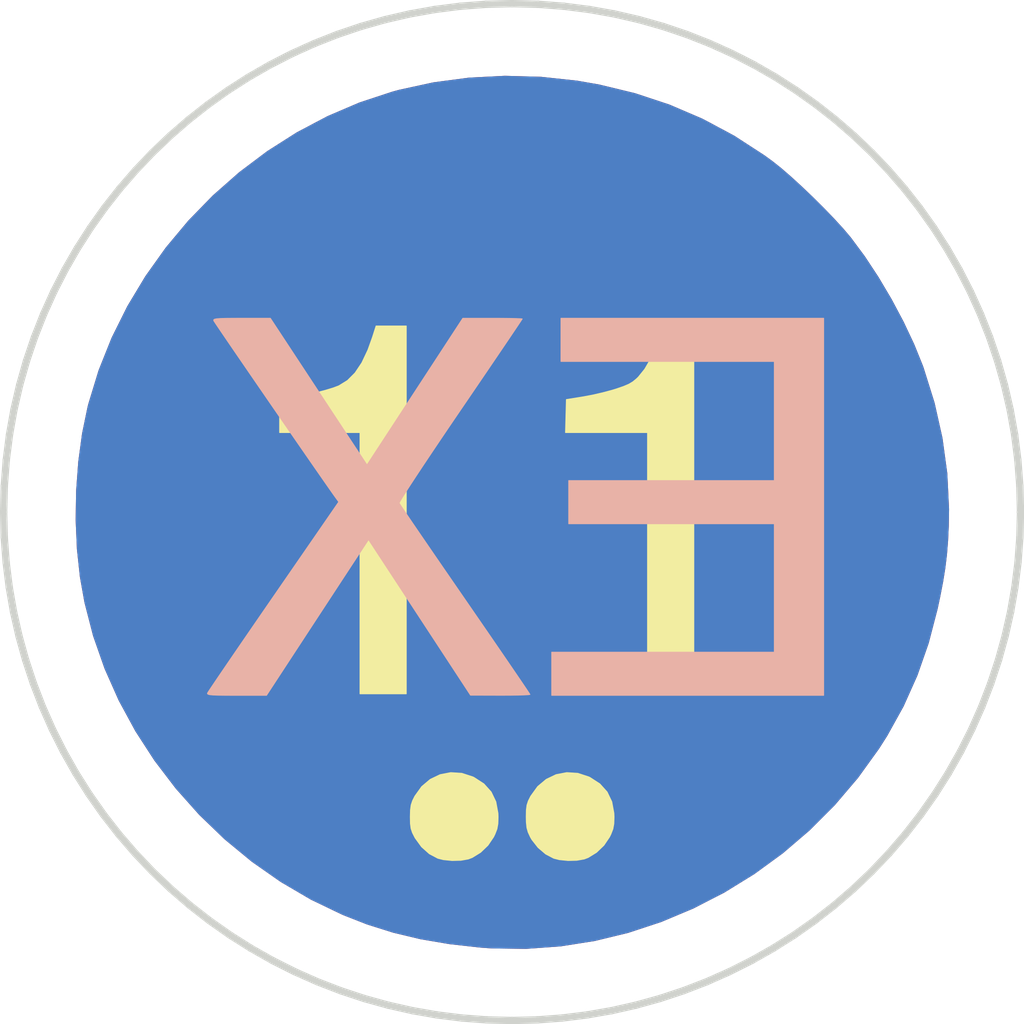
<source format=kicad_pcb>
(kicad_pcb (version 20171130) (host pcbnew 5.1.5+dfsg1-2build2)

  (general
    (thickness 1.6)
    (drawings 130)
    (tracks 0)
    (zones 0)
    (modules 4)
    (nets 1)
  )

  (page A4)
  (layers
    (0 F.Cu signal)
    (31 B.Cu signal)
    (32 B.Adhes user)
    (33 F.Adhes user)
    (34 B.Paste user)
    (35 F.Paste user)
    (36 B.SilkS user)
    (37 F.SilkS user)
    (38 B.Mask user)
    (39 F.Mask user)
    (40 Dwgs.User user)
    (41 Cmts.User user)
    (42 Eco1.User user)
    (43 Eco2.User user)
    (44 Edge.Cuts user)
    (45 Margin user)
    (46 B.CrtYd user)
    (47 F.CrtYd user)
    (48 B.Fab user)
    (49 F.Fab user)
  )

  (setup
    (last_trace_width 0.25)
    (trace_clearance 0.2)
    (zone_clearance 0.508)
    (zone_45_only no)
    (trace_min 0.2)
    (via_size 0.6)
    (via_drill 0.4)
    (via_min_size 0.4)
    (via_min_drill 0.3)
    (uvia_size 0.3)
    (uvia_drill 0.1)
    (uvias_allowed no)
    (uvia_min_size 0.2)
    (uvia_min_drill 0.1)
    (edge_width 0.15)
    (segment_width 0.2)
    (pcb_text_width 0.3)
    (pcb_text_size 1.5 1.5)
    (mod_edge_width 0.15)
    (mod_text_size 1 1)
    (mod_text_width 0.15)
    (pad_size 1.524 1.524)
    (pad_drill 0.762)
    (pad_to_mask_clearance 0.2)
    (aux_axis_origin 0 0)
    (visible_elements FFFFFF7F)
    (pcbplotparams
      (layerselection 0x010f0_ffffffff)
      (usegerberextensions false)
      (usegerberattributes false)
      (usegerberadvancedattributes false)
      (creategerberjobfile false)
      (excludeedgelayer true)
      (linewidth 0.100000)
      (plotframeref false)
      (viasonmask false)
      (mode 1)
      (useauxorigin false)
      (hpglpennumber 1)
      (hpglpenspeed 20)
      (hpglpendiameter 15.000000)
      (psnegative false)
      (psa4output false)
      (plotreference true)
      (plotvalue true)
      (plotinvisibletext false)
      (padsonsilk false)
      (subtractmaskfromsilk false)
      (outputformat 1)
      (mirror false)
      (drillshape 0)
      (scaleselection 1)
      (outputdirectory "gerbers/"))
  )

  (net 0 "")

  (net_class Default "This is the default net class."
    (clearance 0.2)
    (trace_width 0.25)
    (via_dia 0.6)
    (via_drill 0.4)
    (uvia_dia 0.3)
    (uvia_drill 0.1)
  )

  (module LOGO (layer F.Cu) (tedit 0) (tstamp 0)
    (at 0 0)
    (fp_text reference G*** (at 0 0) (layer F.SilkS) hide
      (effects (font (size 1.524 1.524) (thickness 0.3)))
    )
    (fp_text value LOGO (at 0.75 0) (layer F.SilkS) hide
      (effects (font (size 1.524 1.524) (thickness 0.3)))
    )
    (fp_poly (pts (xy -0.653666 -7.004494) (xy -0.162131 -6.951857) (xy 0.140773 -6.899218) (xy 0.632356 -6.7803)
      (xy 1.103543 -6.624376) (xy 1.555081 -6.431115) (xy 1.987714 -6.200188) (xy 2.402189 -5.931265)
      (xy 2.517121 -5.847596) (xy 2.632039 -5.756094) (xy 2.766843 -5.639358) (xy 2.91418 -5.504559)
      (xy 3.066697 -5.35887) (xy 3.217042 -5.209461) (xy 3.357863 -5.063506) (xy 3.481806 -4.928175)
      (xy 3.581519 -4.810642) (xy 3.586157 -4.804833) (xy 3.775778 -4.549418) (xy 3.963274 -4.26484)
      (xy 4.142561 -3.96199) (xy 4.307555 -3.65176) (xy 4.45217 -3.345041) (xy 4.570323 -3.052724)
      (xy 4.580125 -3.025609) (xy 4.730615 -2.544491) (xy 4.838822 -2.061537) (xy 4.904741 -1.576771)
      (xy 4.928369 -1.090217) (xy 4.924731 -0.85725) (xy 4.914848 -0.654055) (xy 4.89975 -0.467549)
      (xy 4.8778 -0.285602) (xy 4.847362 -0.096088) (xy 4.806797 0.113122) (xy 4.771477 0.277882)
      (xy 4.649815 0.744356) (xy 4.495622 1.186067) (xy 4.307054 1.607414) (xy 4.082268 2.012792)
      (xy 3.971125 2.187669) (xy 3.683055 2.587251) (xy 3.365904 2.959808) (xy 3.022156 3.3041)
      (xy 2.654298 3.618885) (xy 2.264815 3.902924) (xy 1.856194 4.154977) (xy 1.43092 4.373801)
      (xy 0.991479 4.558158) (xy 0.540358 4.706807) (xy 0.080041 4.818506) (xy -0.386985 4.892017)
      (xy -0.858235 4.926097) (xy -1.331223 4.919508) (xy -1.481666 4.908682) (xy -1.907703 4.861149)
      (xy -2.303099 4.79385) (xy -2.675558 4.704961) (xy -3.032785 4.592656) (xy -3.364929 4.462672)
      (xy -3.800305 4.253803) (xy -4.216549 4.009815) (xy -4.611722 3.733205) (xy -4.983884 3.426467)
      (xy -5.331093 3.092095) (xy -5.65141 2.732584) (xy -5.942893 2.350428) (xy -6.203602 1.948123)
      (xy -6.431597 1.528164) (xy -6.624937 1.093044) (xy -6.781682 0.645258) (xy -6.899891 0.187301)
      (xy -6.962158 -0.161807) (xy -7.003273 -0.542992) (xy -7.020364 -0.940226) (xy -7.013929 -1.343269)
      (xy -6.984464 -1.741884) (xy -6.932467 -2.12583) (xy -6.858435 -2.48487) (xy -6.847158 -2.529416)
      (xy -6.706761 -2.989062) (xy -6.52836 -3.435037) (xy -6.314157 -3.865115) (xy -6.066356 -4.277068)
      (xy -5.787161 -4.668668) (xy -5.478776 -5.037688) (xy -5.143404 -5.3819) (xy -4.78325 -5.699076)
      (xy -4.400517 -5.986988) (xy -3.997409 -6.24341) (xy -3.576129 -6.466113) (xy -3.138882 -6.652869)
      (xy -2.687871 -6.801451) (xy -2.596289 -6.82637) (xy -2.124388 -6.92893) (xy -1.639908 -6.992895)
      (xy -1.147963 -7.018128) (xy -0.653666 -7.004494)) (layer B.Cu) (width 0.01))
  )

  (module LOGO (layer F.Cu) (tedit 0) (tstamp 0)
    (at 0 0)
    (fp_text reference G*** (at 0 0) (layer F.SilkS) hide
      (effects (font (size 1.524 1.524) (thickness 0.3)))
    )
    (fp_text value LOGO (at 0.75 0) (layer F.SilkS) hide
      (effects (font (size 1.524 1.524) (thickness 0.3)))
    )
    (fp_poly (pts (xy -3.881803 -2.979208) (xy -3.769704 -2.808904) (xy -3.657291 -2.638166) (xy -3.548422 -2.472849)
      (xy -3.446952 -2.318808) (xy -3.356738 -2.181898) (xy -3.281638 -2.067975) (xy -3.225508 -1.982891)
      (xy -3.22047 -1.975261) (xy -3.036258 -1.696272) (xy -2.380671 -2.699967) (xy -1.725083 -3.703662)
      (xy -1.317625 -3.703914) (xy -1.191524 -3.703534) (xy -1.081289 -3.702326) (xy -0.993379 -3.700434)
      (xy -0.934253 -3.698) (xy -0.910368 -3.695168) (xy -0.910166 -3.694875) (xy -0.921789 -3.676298)
      (xy -0.955391 -3.625566) (xy -1.009077 -3.545482) (xy -1.080949 -3.438849) (xy -1.16911 -3.308469)
      (xy -1.271664 -3.157144) (xy -1.386713 -2.987679) (xy -1.512361 -2.802874) (xy -1.64671 -2.605532)
      (xy -1.757771 -2.442584) (xy -1.8976 -2.236953) (xy -2.029951 -2.041207) (xy -2.152944 -1.858193)
      (xy -2.264703 -1.690758) (xy -2.363351 -1.541749) (xy -2.447009 -1.414012) (xy -2.513799 -1.310396)
      (xy -2.561846 -1.233746) (xy -2.58927 -1.186909) (xy -2.595131 -1.172887) (xy -2.581718 -1.151526)
      (xy -2.546135 -1.098124) (xy -2.490285 -1.015466) (xy -2.41607 -0.906333) (xy -2.325393 -0.773508)
      (xy -2.220156 -0.619775) (xy -2.102261 -0.447915) (xy -1.973612 -0.260713) (xy -1.83611 -0.06095)
      (xy -1.69461 0.144313) (xy -1.550586 0.353251) (xy -1.413787 0.552038) (xy -1.286086 0.737931)
      (xy -1.169357 0.908185) (xy -1.065473 1.060057) (xy -0.97631 1.190805) (xy -0.90374 1.297683)
      (xy -0.849638 1.37795) (xy -0.815878 1.428861) (xy -0.804333 1.447658) (xy -0.824422 1.451581)
      (xy -0.880385 1.454914) (xy -0.965762 1.457468) (xy -1.074095 1.459056) (xy -1.198925 1.459492)
      (xy -1.211791 1.459466) (xy -1.61925 1.458432) (xy -2.317326 0.393258) (xy -3.015403 -0.671916)
      (xy -3.280695 -0.267166) (xy -3.357757 -0.149561) (xy -3.452895 -0.004318) (xy -3.561008 0.160773)
      (xy -3.676997 0.337925) (xy -3.795763 0.519349) (xy -3.912204 0.697255) (xy -3.978813 0.799042)
      (xy -4.41164 1.4605) (xy -4.822168 1.4605) (xy -4.964681 1.460147) (xy -5.069988 1.458812)
      (xy -5.143212 1.456084) (xy -5.189477 1.451551) (xy -5.213907 1.444802) (xy -5.221624 1.435425)
      (xy -5.220417 1.428503) (xy -5.206664 1.406274) (xy -5.170735 1.352024) (xy -5.114537 1.268548)
      (xy -5.039978 1.158639) (xy -4.948966 1.025093) (xy -4.843407 0.870703) (xy -4.72521 0.698263)
      (xy -4.596281 0.510568) (xy -4.45853 0.310412) (xy -4.315997 0.103682) (xy -3.423854 -1.189142)
      (xy -3.465009 -1.245446) (xy -3.498038 -1.291618) (xy -3.550638 -1.366402) (xy -3.620429 -1.466342)
      (xy -3.705031 -1.587982) (xy -3.802064 -1.727866) (xy -3.909147 -1.882539) (xy -4.023902 -2.048545)
      (xy -4.143948 -2.222428) (xy -4.266906 -2.400733) (xy -4.390394 -2.580004) (xy -4.512034 -2.756785)
      (xy -4.629446 -2.927621) (xy -4.740249 -3.089057) (xy -4.842063 -3.237635) (xy -4.932509 -3.369902)
      (xy -5.009207 -3.482401) (xy -5.069777 -3.571676) (xy -5.111838 -3.634272) (xy -5.133011 -3.666733)
      (xy -5.135048 -3.670338) (xy -5.135874 -3.682246) (xy -5.124353 -3.691011) (xy -5.095182 -3.697103)
      (xy -5.043058 -3.700992) (xy -4.962678 -3.703148) (xy -4.848741 -3.704041) (xy -4.753476 -3.704166)
      (xy -4.358923 -3.704166) (xy -3.881803 -2.979208)) (layer B.SilkS) (width 0.01))
    (fp_poly (pts (xy 3.217334 1.4605) (xy -0.508 1.4605) (xy -0.508 0.867834) (xy 2.54 0.867834)
      (xy 2.54 -0.889) (xy -0.275166 -0.889) (xy -0.275166 -1.481666) (xy 2.54 -1.481666)
      (xy 2.54 -3.1115) (xy -0.381 -3.1115) (xy -0.381 -3.704166) (xy 3.217334 -3.704166)
      (xy 3.217334 1.4605)) (layer B.SilkS) (width 0.01))
  )

  (module LOGO (layer F.Cu) (tedit 0) (tstamp 0)
    (at 0 0)
    (fp_text reference G*** (at 0 0) (layer F.SilkS) hide
      (effects (font (size 1.524 1.524) (thickness 0.3)))
    )
    (fp_text value LOGO (at 0.75 0) (layer F.SilkS) hide
      (effects (font (size 1.524 1.524) (thickness 0.3)))
    )
    (fp_poly (pts (xy -0.653666 -7.004494) (xy -0.162131 -6.951857) (xy 0.140773 -6.899218) (xy 0.632356 -6.7803)
      (xy 1.103543 -6.624376) (xy 1.555081 -6.431115) (xy 1.987714 -6.200188) (xy 2.402189 -5.931265)
      (xy 2.517121 -5.847596) (xy 2.632039 -5.756094) (xy 2.766843 -5.639358) (xy 2.91418 -5.504559)
      (xy 3.066697 -5.35887) (xy 3.217042 -5.209461) (xy 3.357863 -5.063506) (xy 3.481806 -4.928175)
      (xy 3.581519 -4.810642) (xy 3.586157 -4.804833) (xy 3.775778 -4.549418) (xy 3.963274 -4.26484)
      (xy 4.142561 -3.96199) (xy 4.307555 -3.65176) (xy 4.45217 -3.345041) (xy 4.570323 -3.052724)
      (xy 4.580125 -3.025609) (xy 4.730615 -2.544491) (xy 4.838822 -2.061537) (xy 4.904741 -1.576771)
      (xy 4.928369 -1.090217) (xy 4.924731 -0.85725) (xy 4.914848 -0.654055) (xy 4.89975 -0.467549)
      (xy 4.8778 -0.285602) (xy 4.847362 -0.096088) (xy 4.806797 0.113122) (xy 4.771477 0.277882)
      (xy 4.649815 0.744356) (xy 4.495622 1.186067) (xy 4.307054 1.607414) (xy 4.082268 2.012792)
      (xy 3.971125 2.187669) (xy 3.683055 2.587251) (xy 3.365904 2.959808) (xy 3.022156 3.3041)
      (xy 2.654298 3.618885) (xy 2.264815 3.902924) (xy 1.856194 4.154977) (xy 1.43092 4.373801)
      (xy 0.991479 4.558158) (xy 0.540358 4.706807) (xy 0.080041 4.818506) (xy -0.386985 4.892017)
      (xy -0.858235 4.926097) (xy -1.331223 4.919508) (xy -1.481666 4.908682) (xy -1.907703 4.861149)
      (xy -2.303099 4.79385) (xy -2.675558 4.704961) (xy -3.032785 4.592656) (xy -3.364929 4.462672)
      (xy -3.800305 4.253803) (xy -4.216549 4.009815) (xy -4.611722 3.733205) (xy -4.983884 3.426467)
      (xy -5.331093 3.092095) (xy -5.65141 2.732584) (xy -5.942893 2.350428) (xy -6.203602 1.948123)
      (xy -6.431597 1.528164) (xy -6.624937 1.093044) (xy -6.781682 0.645258) (xy -6.899891 0.187301)
      (xy -6.962158 -0.161807) (xy -7.003273 -0.542992) (xy -7.020364 -0.940226) (xy -7.013929 -1.343269)
      (xy -6.984464 -1.741884) (xy -6.932467 -2.12583) (xy -6.858435 -2.48487) (xy -6.847158 -2.529416)
      (xy -6.706761 -2.989062) (xy -6.52836 -3.435037) (xy -6.314157 -3.865115) (xy -6.066356 -4.277068)
      (xy -5.787161 -4.668668) (xy -5.478776 -5.037688) (xy -5.143404 -5.3819) (xy -4.78325 -5.699076)
      (xy -4.400517 -5.986988) (xy -3.997409 -6.24341) (xy -3.576129 -6.466113) (xy -3.138882 -6.652869)
      (xy -2.687871 -6.801451) (xy -2.596289 -6.82637) (xy -2.124388 -6.92893) (xy -1.639908 -6.992895)
      (xy -1.147963 -7.018128) (xy -0.653666 -7.004494)) (layer F.Cu) (width 0.01))
  )

  (module LOGO (layer F.Cu) (tedit 0) (tstamp 0)
    (at 0 0)
    (fp_text reference G*** (at 0 0) (layer F.SilkS) hide
      (effects (font (size 1.524 1.524) (thickness 0.3)))
    )
    (fp_text value LOGO (at 0.75 0) (layer F.SilkS) hide
      (effects (font (size 1.524 1.524) (thickness 0.3)))
    )
    (fp_poly (pts (xy -1.738027 2.526482) (xy -1.586536 2.57584) (xy -1.570492 2.583597) (xy -1.4353 2.671373)
      (xy -1.335695 2.781977) (xy -1.271452 2.915773) (xy -1.242351 3.073124) (xy -1.240441 3.12473)
      (xy -1.243183 3.21748) (xy -1.256069 3.289234) (xy -1.283858 3.360984) (xy -1.302714 3.399292)
      (xy -1.379586 3.513036) (xy -1.480995 3.610196) (xy -1.595095 3.680473) (xy -1.650188 3.701423)
      (xy -1.751994 3.719338) (xy -1.872131 3.722108) (xy -1.989619 3.710255) (xy -2.066177 3.691104)
      (xy -2.182699 3.629451) (xy -2.289453 3.534122) (xy -2.37689 3.413772) (xy -2.381924 3.404845)
      (xy -2.414797 3.340034) (xy -2.433712 3.282893) (xy -2.442286 3.216976) (xy -2.444137 3.125838)
      (xy -2.444124 3.122084) (xy -2.441587 3.028628) (xy -2.43233 2.960721) (xy -2.412648 2.901685)
      (xy -2.381299 2.839322) (xy -2.287349 2.708281) (xy -2.170203 2.609633) (xy -2.035705 2.545222)
      (xy -1.889698 2.516891) (xy -1.738027 2.526482)) (layer F.SilkS) (width 0.01))
    (fp_poly (pts (xy -0.149454 2.526648) (xy 0.00208 2.576362) (xy 0.017008 2.583597) (xy 0.1522 2.671373)
      (xy 0.251805 2.781977) (xy 0.316048 2.915773) (xy 0.345149 3.073124) (xy 0.347059 3.12473)
      (xy 0.344317 3.21748) (xy 0.331431 3.289234) (xy 0.303642 3.360984) (xy 0.284786 3.399292)
      (xy 0.207914 3.513036) (xy 0.106505 3.610196) (xy -0.007595 3.680473) (xy -0.062688 3.701423)
      (xy -0.164494 3.719338) (xy -0.284631 3.722108) (xy -0.402119 3.710255) (xy -0.478677 3.691104)
      (xy -0.589995 3.632756) (xy -0.694375 3.543711) (xy -0.779384 3.435245) (xy -0.799479 3.400168)
      (xy -0.83019 3.334034) (xy -0.847679 3.27141) (xy -0.855396 3.195575) (xy -0.856841 3.122084)
      (xy -0.855019 3.029665) (xy -0.846593 2.963003) (xy -0.827927 2.905626) (xy -0.795386 2.84106)
      (xy -0.794424 2.839322) (xy -0.699649 2.708004) (xy -0.582007 2.609263) (xy -0.447255 2.544913)
      (xy -0.301151 2.51677) (xy -0.149454 2.526648)) (layer F.SilkS) (width 0.01))
    (fp_poly (pts (xy -2.497666 1.439334) (xy -3.132666 1.439334) (xy -3.132666 -2.137833) (xy -4.233333 -2.137833)
      (xy -4.233333 -2.598032) (xy -4.111101 -2.611861) (xy -4.000846 -2.628059) (xy -3.873344 -2.652642)
      (xy -3.740302 -2.682765) (xy -3.613424 -2.715585) (xy -3.504417 -2.748255) (xy -3.424985 -2.777932)
      (xy -3.421797 -2.77938) (xy -3.304236 -2.85178) (xy -3.200015 -2.955905) (xy -3.107304 -3.094403)
      (xy -3.024272 -3.26992) (xy -2.961629 -3.444875) (xy -2.912667 -3.598333) (xy -2.497666 -3.598333)
      (xy -2.497666 1.439334)) (layer F.SilkS) (width 0.01))
    (fp_poly (pts (xy 1.439334 1.439334) (xy 0.804334 1.439334) (xy 0.804334 -2.137833) (xy -0.318932 -2.137833)
      (xy -0.306916 -2.591245) (xy -0.074083 -2.628471) (xy 0.051403 -2.652133) (xy 0.190387 -2.683981)
      (xy 0.320248 -2.718647) (xy 0.370181 -2.733897) (xy 0.473338 -2.769051) (xy 0.54728 -2.800232)
      (xy 0.603849 -2.833797) (xy 0.654883 -2.8761) (xy 0.679401 -2.899885) (xy 0.766386 -3.007763)
      (xy 0.849222 -3.151132) (xy 0.924292 -3.32315) (xy 0.964838 -3.439583) (xy 1.011932 -3.58775)
      (xy 1.439334 -3.599814) (xy 1.439334 1.439334)) (layer F.SilkS) (width 0.01))
  )

  (gr_line (start 5.9113 -1.0498) (end 5.9028 -0.7046) (layer Edge.Cuts) (width 0.1))
  (gr_line (start 5.9028 -0.7046) (end 5.8774 -0.3618) (layer Edge.Cuts) (width 0.1))
  (gr_line (start 5.8774 -0.3618) (end 5.8351 -0.0219) (layer Edge.Cuts) (width 0.1))
  (gr_line (start 5.8351 -0.0219) (end 5.7764 0.3147) (layer Edge.Cuts) (width 0.1))
  (gr_line (start 5.7764 0.3147) (end 5.7014 0.647) (layer Edge.Cuts) (width 0.1))
  (gr_line (start 5.7014 0.647) (end 5.6105 0.9748) (layer Edge.Cuts) (width 0.1))
  (gr_line (start 5.6105 0.9748) (end 5.5037 1.2974) (layer Edge.Cuts) (width 0.1))
  (gr_line (start 5.5037 1.2974) (end 5.3814 1.6142) (layer Edge.Cuts) (width 0.1))
  (gr_line (start 5.3814 1.6142) (end 5.2439 1.9247) (layer Edge.Cuts) (width 0.1))
  (gr_line (start 5.2439 1.9247) (end 5.0913 2.2282) (layer Edge.Cuts) (width 0.1))
  (gr_line (start 5.0913 2.2282) (end 4.9239 2.5243) (layer Edge.Cuts) (width 0.1))
  (gr_line (start 4.9239 2.5243) (end 4.7418 2.8123) (layer Edge.Cuts) (width 0.1))
  (gr_line (start 4.7418 2.8123) (end 4.5454 3.0918) (layer Edge.Cuts) (width 0.1))
  (gr_line (start 4.5454 3.0918) (end 4.3349 3.362) (layer Edge.Cuts) (width 0.1))
  (gr_line (start 4.3349 3.362) (end 4.1105 3.6225) (layer Edge.Cuts) (width 0.1))
  (gr_line (start 4.1105 3.6225) (end 3.8725 3.8726) (layer Edge.Cuts) (width 0.1))
  (gr_line (start 3.8725 3.8726) (end 3.6223 4.1107) (layer Edge.Cuts) (width 0.1))
  (gr_line (start 3.6223 4.1107) (end 3.3619 4.335) (layer Edge.Cuts) (width 0.1))
  (gr_line (start 3.3619 4.335) (end 3.0916 4.5455) (layer Edge.Cuts) (width 0.1))
  (gr_line (start 3.0916 4.5455) (end 2.8122 4.742) (layer Edge.Cuts) (width 0.1))
  (gr_line (start 2.8122 4.742) (end 2.5241 4.924) (layer Edge.Cuts) (width 0.1))
  (gr_line (start 2.5241 4.924) (end 2.228 5.0915) (layer Edge.Cuts) (width 0.1))
  (gr_line (start 2.228 5.0915) (end 1.9245 5.2441) (layer Edge.Cuts) (width 0.1))
  (gr_line (start 1.9245 5.2441) (end 1.614 5.3816) (layer Edge.Cuts) (width 0.1))
  (gr_line (start 1.614 5.3816) (end 1.2973 5.5039) (layer Edge.Cuts) (width 0.1))
  (gr_line (start 1.2973 5.5039) (end 0.9746 5.6107) (layer Edge.Cuts) (width 0.1))
  (gr_line (start 0.9746 5.6107) (end 0.6469 5.7016) (layer Edge.Cuts) (width 0.1))
  (gr_line (start 0.6469 5.7016) (end 0.3145 5.7766) (layer Edge.Cuts) (width 0.1))
  (gr_line (start 0.3145 5.7766) (end -0.022 5.8353) (layer Edge.Cuts) (width 0.1))
  (gr_line (start -0.022 5.8353) (end -0.362 5.8775) (layer Edge.Cuts) (width 0.1))
  (gr_line (start -0.362 5.8775) (end -0.7047 5.903) (layer Edge.Cuts) (width 0.1))
  (gr_line (start -0.7047 5.903) (end -1.05 5.9115) (layer Edge.Cuts) (width 0.1))
  (gr_line (start -1.05 5.9115) (end -1.3952 5.903) (layer Edge.Cuts) (width 0.1))
  (gr_line (start -1.3952 5.903) (end -1.738 5.8775) (layer Edge.Cuts) (width 0.1))
  (gr_line (start -1.738 5.8775) (end -2.078 5.8353) (layer Edge.Cuts) (width 0.1))
  (gr_line (start -2.078 5.8353) (end -2.4144 5.7766) (layer Edge.Cuts) (width 0.1))
  (gr_line (start -2.4144 5.7766) (end -2.7468 5.7016) (layer Edge.Cuts) (width 0.1))
  (gr_line (start -2.7468 5.7016) (end -3.0746 5.6107) (layer Edge.Cuts) (width 0.1))
  (gr_line (start -3.0746 5.6107) (end -3.3972 5.5039) (layer Edge.Cuts) (width 0.1))
  (gr_line (start -3.3972 5.5039) (end -3.714 5.3816) (layer Edge.Cuts) (width 0.1))
  (gr_line (start -3.714 5.3816) (end -4.0244 5.2441) (layer Edge.Cuts) (width 0.1))
  (gr_line (start -4.0244 5.2441) (end -4.328 5.0915) (layer Edge.Cuts) (width 0.1))
  (gr_line (start -4.328 5.0915) (end -4.6241 4.924) (layer Edge.Cuts) (width 0.1))
  (gr_line (start -4.6241 4.924) (end -4.9122 4.742) (layer Edge.Cuts) (width 0.1))
  (gr_line (start -4.9122 4.742) (end -5.1915 4.5455) (layer Edge.Cuts) (width 0.1))
  (gr_line (start -5.1915 4.5455) (end -5.4618 4.335) (layer Edge.Cuts) (width 0.1))
  (gr_line (start -5.4618 4.335) (end -5.7222 4.1107) (layer Edge.Cuts) (width 0.1))
  (gr_line (start -5.7222 4.1107) (end -5.9724 3.8726) (layer Edge.Cuts) (width 0.1))
  (gr_line (start -5.9724 3.8726) (end -6.2104 3.6225) (layer Edge.Cuts) (width 0.1))
  (gr_line (start -6.2104 3.6225) (end -6.4349 3.362) (layer Edge.Cuts) (width 0.1))
  (gr_line (start -6.4349 3.362) (end -6.6453 3.0918) (layer Edge.Cuts) (width 0.1))
  (gr_line (start -6.6453 3.0918) (end -6.8417 2.8123) (layer Edge.Cuts) (width 0.1))
  (gr_line (start -6.8417 2.8123) (end -7.0238 2.5243) (layer Edge.Cuts) (width 0.1))
  (gr_line (start -7.0238 2.5243) (end -7.1912 2.2282) (layer Edge.Cuts) (width 0.1))
  (gr_line (start -7.1912 2.2282) (end -7.3438 1.9247) (layer Edge.Cuts) (width 0.1))
  (gr_line (start -7.3438 1.9247) (end -7.4814 1.6142) (layer Edge.Cuts) (width 0.1))
  (gr_line (start -7.4814 1.6142) (end -7.6036 1.2974) (layer Edge.Cuts) (width 0.1))
  (gr_line (start -7.6036 1.2974) (end -7.7104 0.9748) (layer Edge.Cuts) (width 0.1))
  (gr_line (start -7.7104 0.9748) (end -7.8014 0.647) (layer Edge.Cuts) (width 0.1))
  (gr_line (start -7.8014 0.647) (end -7.8763 0.3147) (layer Edge.Cuts) (width 0.1))
  (gr_line (start -7.8763 0.3147) (end -7.935 -0.0219) (layer Edge.Cuts) (width 0.1))
  (gr_line (start -7.935 -0.0219) (end -7.9773 -0.3618) (layer Edge.Cuts) (width 0.1))
  (gr_line (start -7.9773 -0.3618) (end -8.0028 -0.7046) (layer Edge.Cuts) (width 0.1))
  (gr_line (start -8.0028 -0.7046) (end -8.0113 -1.0498) (layer Edge.Cuts) (width 0.1))
  (gr_line (start -8.0113 -1.0498) (end -8.0023 -1.408) (layer Edge.Cuts) (width 0.1))
  (gr_line (start -8.0023 -1.408) (end -7.9754 -1.7615) (layer Edge.Cuts) (width 0.1))
  (gr_line (start -7.9754 -1.7615) (end -7.9312 -2.11) (layer Edge.Cuts) (width 0.1))
  (gr_line (start -7.9312 -2.11) (end -7.8699 -2.4527) (layer Edge.Cuts) (width 0.1))
  (gr_line (start -7.8699 -2.4527) (end -7.7922 -2.7895) (layer Edge.Cuts) (width 0.1))
  (gr_line (start -7.7922 -2.7895) (end -7.6984 -3.1199) (layer Edge.Cuts) (width 0.1))
  (gr_line (start -7.6984 -3.1199) (end -7.589 -3.4434) (layer Edge.Cuts) (width 0.1))
  (gr_line (start -7.589 -3.4434) (end -7.4643 -3.7594) (layer Edge.Cuts) (width 0.1))
  (gr_line (start -7.4643 -3.7594) (end -7.3249 -4.0679) (layer Edge.Cuts) (width 0.1))
  (gr_line (start -7.3249 -4.0679) (end -7.1711 -4.368) (layer Edge.Cuts) (width 0.1))
  (gr_line (start -7.1711 -4.368) (end -7.0035 -4.6595) (layer Edge.Cuts) (width 0.1))
  (gr_line (start -7.0035 -4.6595) (end -6.8224 -4.942) (layer Edge.Cuts) (width 0.1))
  (gr_line (start -6.8224 -4.942) (end -6.6284 -5.2149) (layer Edge.Cuts) (width 0.1))
  (gr_line (start -6.6284 -5.2149) (end -6.4217 -5.4779) (layer Edge.Cuts) (width 0.1))
  (gr_line (start -6.4217 -5.4779) (end -6.2029 -5.7305) (layer Edge.Cuts) (width 0.1))
  (gr_line (start -6.2029 -5.7305) (end -5.9724 -5.9722) (layer Edge.Cuts) (width 0.1))
  (gr_line (start -5.9724 -5.9722) (end -5.7306 -6.2027) (layer Edge.Cuts) (width 0.1))
  (gr_line (start -5.7306 -6.2027) (end -5.4781 -6.4215) (layer Edge.Cuts) (width 0.1))
  (gr_line (start -5.4781 -6.4215) (end -5.215 -6.6281) (layer Edge.Cuts) (width 0.1))
  (gr_line (start -5.215 -6.6281) (end -4.9422 -6.8222) (layer Edge.Cuts) (width 0.1))
  (gr_line (start -4.9422 -6.8222) (end -4.6597 -7.0034) (layer Edge.Cuts) (width 0.1))
  (gr_line (start -4.6597 -7.0034) (end -4.3682 -7.1709) (layer Edge.Cuts) (width 0.1))
  (gr_line (start -4.3682 -7.1709) (end -4.068 -7.3247) (layer Edge.Cuts) (width 0.1))
  (gr_line (start -4.068 -7.3247) (end -3.7597 -7.4641) (layer Edge.Cuts) (width 0.1))
  (gr_line (start -3.7597 -7.4641) (end -3.4436 -7.5888) (layer Edge.Cuts) (width 0.1))
  (gr_line (start -3.4436 -7.5888) (end -3.1201 -7.6981) (layer Edge.Cuts) (width 0.1))
  (gr_line (start -3.1201 -7.6981) (end -2.7897 -7.792) (layer Edge.Cuts) (width 0.1))
  (gr_line (start -2.7897 -7.792) (end -2.453 -7.8697) (layer Edge.Cuts) (width 0.1))
  (gr_line (start -2.453 -7.8697) (end -2.1102 -7.9309) (layer Edge.Cuts) (width 0.1))
  (gr_line (start -2.1102 -7.9309) (end -1.7617 -7.9752) (layer Edge.Cuts) (width 0.1))
  (gr_line (start -1.7617 -7.9752) (end -1.4083 -8.0021) (layer Edge.Cuts) (width 0.1))
  (gr_line (start -1.4083 -8.0021) (end -1.05 -8.0111) (layer Edge.Cuts) (width 0.1))
  (gr_line (start -1.05 -8.0111) (end -0.6917 -8.0021) (layer Edge.Cuts) (width 0.1))
  (gr_line (start -0.6917 -8.0021) (end -0.3383 -7.9752) (layer Edge.Cuts) (width 0.1))
  (gr_line (start -0.3383 -7.9752) (end 0.0102 -7.9309) (layer Edge.Cuts) (width 0.1))
  (gr_line (start 0.0102 -7.9309) (end 0.353 -7.8697) (layer Edge.Cuts) (width 0.1))
  (gr_line (start 0.353 -7.8697) (end 0.6898 -7.792) (layer Edge.Cuts) (width 0.1))
  (gr_line (start 0.6898 -7.792) (end 1.0201 -7.6981) (layer Edge.Cuts) (width 0.1))
  (gr_line (start 1.0201 -7.6981) (end 1.3436 -7.5888) (layer Edge.Cuts) (width 0.1))
  (gr_line (start 1.3436 -7.5888) (end 1.6597 -7.4641) (layer Edge.Cuts) (width 0.1))
  (gr_line (start 1.6597 -7.4641) (end 1.968 -7.3247) (layer Edge.Cuts) (width 0.1))
  (gr_line (start 1.968 -7.3247) (end 2.2682 -7.1709) (layer Edge.Cuts) (width 0.1))
  (gr_line (start 2.2682 -7.1709) (end 2.5598 -7.0034) (layer Edge.Cuts) (width 0.1))
  (gr_line (start 2.5598 -7.0034) (end 2.8422 -6.8222) (layer Edge.Cuts) (width 0.1))
  (gr_line (start 2.8422 -6.8222) (end 3.1151 -6.6281) (layer Edge.Cuts) (width 0.1))
  (gr_line (start 3.1151 -6.6281) (end 3.3781 -6.4215) (layer Edge.Cuts) (width 0.1))
  (gr_line (start 3.3781 -6.4215) (end 3.6306 -6.2027) (layer Edge.Cuts) (width 0.1))
  (gr_line (start 3.6306 -6.2027) (end 3.8725 -5.9722) (layer Edge.Cuts) (width 0.1))
  (gr_line (start 3.8725 -5.9722) (end 4.1029 -5.7305) (layer Edge.Cuts) (width 0.1))
  (gr_line (start 4.1029 -5.7305) (end 4.3218 -5.4779) (layer Edge.Cuts) (width 0.1))
  (gr_line (start 4.3218 -5.4779) (end 4.5284 -5.2149) (layer Edge.Cuts) (width 0.1))
  (gr_line (start 4.5284 -5.2149) (end 4.7225 -4.942) (layer Edge.Cuts) (width 0.1))
  (gr_line (start 4.7225 -4.942) (end 4.9035 -4.6595) (layer Edge.Cuts) (width 0.1))
  (gr_line (start 4.9035 -4.6595) (end 5.0712 -4.368) (layer Edge.Cuts) (width 0.1))
  (gr_line (start 5.0712 -4.368) (end 5.2249 -4.0679) (layer Edge.Cuts) (width 0.1))
  (gr_line (start 5.2249 -4.0679) (end 5.3643 -3.7594) (layer Edge.Cuts) (width 0.1))
  (gr_line (start 5.3643 -3.7594) (end 5.489 -3.4434) (layer Edge.Cuts) (width 0.1))
  (gr_line (start 5.489 -3.4434) (end 5.5984 -3.1199) (layer Edge.Cuts) (width 0.1))
  (gr_line (start 5.5984 -3.1199) (end 5.6922 -2.7895) (layer Edge.Cuts) (width 0.1))
  (gr_line (start 5.6922 -2.7895) (end 5.7699 -2.4527) (layer Edge.Cuts) (width 0.1))
  (gr_line (start 5.7699 -2.4527) (end 5.8312 -2.11) (layer Edge.Cuts) (width 0.1))
  (gr_line (start 5.8312 -2.11) (end 5.8754 -1.7615) (layer Edge.Cuts) (width 0.1))
  (gr_line (start 5.8754 -1.7615) (end 5.9023 -1.408) (layer Edge.Cuts) (width 0.1))
  (gr_line (start 5.9023 -1.408) (end 5.9113 -1.0498) (layer Edge.Cuts) (width 0.1))
  (gr_line (start 5.9113 -1.0498) (end 5.9113 -1.0498) (layer Edge.Cuts) (width 0.1))
  (gr_line (start 5.9113 -1.0498) (end 5.9113 -1.0498) (layer Edge.Cuts) (width 0.1))

)

</source>
